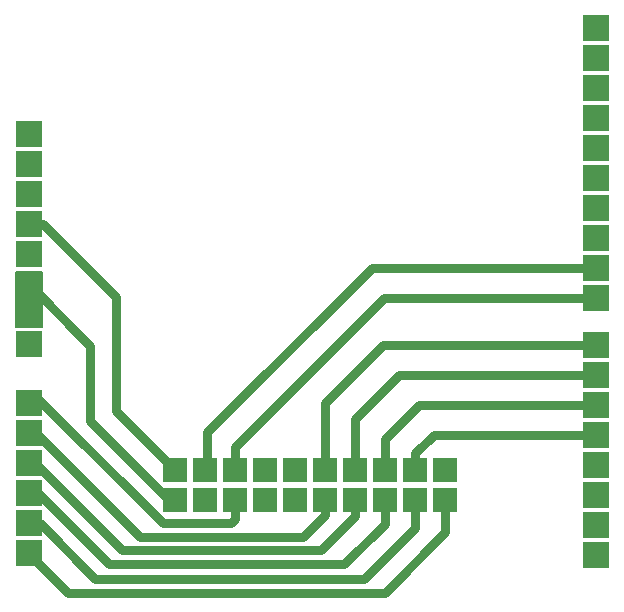
<source format=gtl>
G04 Layer_Physical_Order=1*
G04 Layer_Color=255*
%FSLAX44Y44*%
%MOMM*%
G71*
G01*
G75*
%ADD10C,0.8000*%
%ADD11R,2.4000X4.8000*%
%ADD12R,2.0000X2.0000*%
%ADD13R,2.3000X2.3000*%
D10*
X852000Y644000D02*
Y674000D01*
X991200Y813200D01*
X1181000D01*
X875500Y642100D02*
Y661500D01*
X1001800Y787800D01*
X1181000D01*
X951700Y642100D02*
Y698700D01*
X1000800Y747800D01*
X1181000D01*
X977000Y642200D02*
Y685000D01*
X1014400Y722400D01*
X1181000D01*
X1002500Y642100D02*
Y668500D01*
X1031000Y697000D01*
X1181000D01*
X1027900Y642100D02*
Y655900D01*
X1043600Y671600D01*
X1181000D01*
X951700Y603700D02*
Y616700D01*
X933000Y585000D02*
X951700Y603700D01*
X795000Y585000D02*
X933000D01*
X977100Y603100D02*
Y616700D01*
X948000Y574000D02*
X977100Y603100D01*
X780000Y574000D02*
X948000D01*
X1002500Y596500D02*
Y616700D01*
X968000Y562000D02*
X1002500Y596500D01*
X769000Y562000D02*
X968000D01*
X814000Y597000D02*
X872000D01*
X709500Y701500D02*
X814000Y597000D01*
X704420Y672580D02*
X707505D01*
X718500Y661585D01*
Y661500D02*
X795000Y585000D01*
X718500Y661500D02*
Y661585D01*
X872000Y597000D02*
X875500Y600500D01*
X734050Y538000D02*
X1002000D01*
X701070Y570980D02*
X734050Y538000D01*
X1002000D02*
X1053300Y589300D01*
X819300Y616700D02*
X824700D01*
X753000Y683000D02*
X819300Y616700D01*
X753000Y683000D02*
Y747050D01*
X1053300Y589300D02*
Y616700D01*
X710000Y597000D02*
X757000Y550000D01*
X984800D01*
X1027900Y593100D01*
Y616700D01*
X709220Y621780D02*
X769000Y562000D01*
X706820Y647180D02*
X780000Y574000D01*
X875500Y600500D02*
Y616700D01*
X713000Y850000D02*
X774800Y788200D01*
Y692000D02*
Y788200D01*
Y692000D02*
X824700Y642100D01*
X701070Y798980D02*
X753000Y747050D01*
D11*
X701000Y786000D02*
D03*
D12*
X1053300Y616700D02*
D03*
Y642100D02*
D03*
X1027900Y616700D02*
D03*
Y642100D02*
D03*
X1002500Y616700D02*
D03*
Y642100D02*
D03*
X977100Y616700D02*
D03*
Y642100D02*
D03*
X951700Y616700D02*
D03*
Y642100D02*
D03*
X824700D02*
D03*
Y616700D02*
D03*
X850100Y642100D02*
D03*
Y616700D02*
D03*
X875500Y642100D02*
D03*
Y616700D02*
D03*
X900900Y642100D02*
D03*
Y616700D02*
D03*
X926300Y642100D02*
D03*
Y616700D02*
D03*
D13*
X701000Y698400D02*
D03*
Y673000D02*
D03*
Y647600D02*
D03*
Y622200D02*
D03*
Y596800D02*
D03*
Y571400D02*
D03*
Y926400D02*
D03*
Y901000D02*
D03*
Y875600D02*
D03*
Y850200D02*
D03*
Y824800D02*
D03*
Y799400D02*
D03*
Y774000D02*
D03*
Y748600D02*
D03*
X1181000Y570000D02*
D03*
Y595400D02*
D03*
Y747800D02*
D03*
Y722400D02*
D03*
Y697000D02*
D03*
Y671600D02*
D03*
Y646200D02*
D03*
Y620800D02*
D03*
Y940200D02*
D03*
Y914800D02*
D03*
Y889400D02*
D03*
Y864000D02*
D03*
Y838600D02*
D03*
Y813200D02*
D03*
Y787800D02*
D03*
Y965600D02*
D03*
Y991000D02*
D03*
Y1016400D02*
D03*
M02*

</source>
